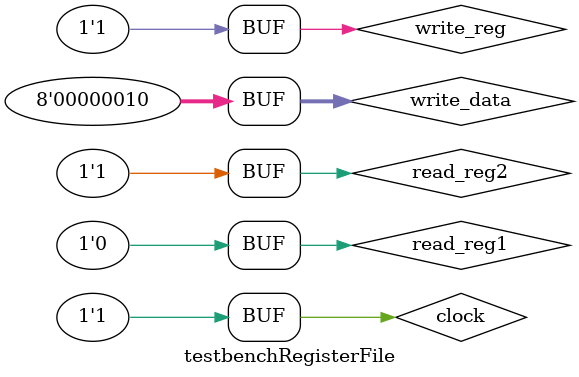
<source format=v>
`timescale 1ns / 1ps


module testbenchRegisterFile();
reg clock;
reg read_reg1;
reg read_reg2;
reg write_reg;
reg [7:0] write_data;
wire [7:0] read_data1;
wire [7:0] read_data2;
reg [7:0] registers [0:1];
registerFile UUT(.clock(clock),.read_reg1(read_reg1), .read_reg2(read_reg2), .write_reg(write_reg), .write_data(write_data), .read_data1(read_data1), .read_data2(read_data2));
/*always #5 clock=~clock;*/
initial
begin 
clock = 0;  
registers[0] = 8'b00001000;
registers[1] = 8'b00001001;
read_reg1 = 0;
read_reg2 = 1;
write_reg = read_reg1;
write_data = 8'b00000101;
#5
clock = 1;
#5
clock = 0; 
write_reg = read_reg2;
write_data = 8'b00000010;
#5
clock = 1; 
end 
always@(posedge clock)
begin
/*if (write_reg == 1)*/
    registers[write_reg] <= write_data;
end

endmodule

</source>
